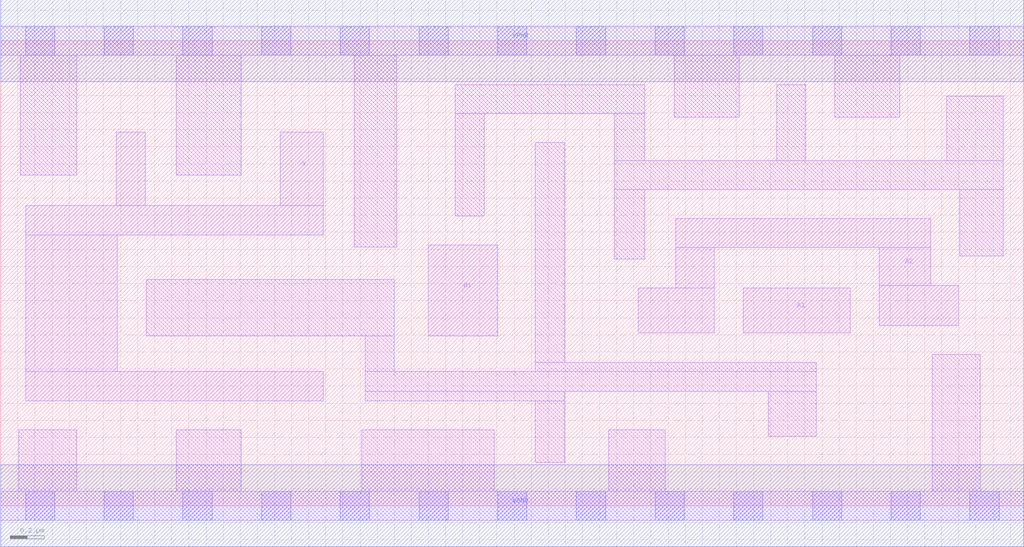
<source format=lef>
# Copyright 2020 The SkyWater PDK Authors
#
# Licensed under the Apache License, Version 2.0 (the "License");
# you may not use this file except in compliance with the License.
# You may obtain a copy of the License at
#
#     https://www.apache.org/licenses/LICENSE-2.0
#
# Unless required by applicable law or agreed to in writing, software
# distributed under the License is distributed on an "AS IS" BASIS,
# WITHOUT WARRANTIES OR CONDITIONS OF ANY KIND, either express or implied.
# See the License for the specific language governing permissions and
# limitations under the License.
#
# SPDX-License-Identifier: Apache-2.0

VERSION 5.7 ;
  NAMESCASESENSITIVE ON ;
  NOWIREEXTENSIONATPIN ON ;
  DIVIDERCHAR "/" ;
  BUSBITCHARS "[]" ;
UNITS
  DATABASE MICRONS 200 ;
END UNITS
PROPERTYDEFINITIONS
  MACRO maskLayoutSubType STRING ;
  MACRO prCellType STRING ;
  MACRO originalViewName STRING ;
END PROPERTYDEFINITIONS
MACRO sky130_fd_sc_hdll__a21o_4
  CLASS CORE ;
  FOREIGN sky130_fd_sc_hdll__a21o_4 ;
  ORIGIN  0.000000  0.000000 ;
  SIZE  5.980000 BY  2.720000 ;
  SYMMETRY X Y R90 ;
  SITE unithd ;
  PIN A1
    ANTENNAGATEAREA  0.555000 ;
    DIRECTION INPUT ;
    USE SIGNAL ;
    PORT
      LAYER li1 ;
        RECT 4.340000 1.010000 4.965000 1.275000 ;
    END
  END A1
  PIN A2
    ANTENNAGATEAREA  0.555000 ;
    DIRECTION INPUT ;
    USE SIGNAL ;
    PORT
      LAYER li1 ;
        RECT 3.725000 1.010000 4.170000 1.275000 ;
        RECT 3.945000 1.275000 4.170000 1.510000 ;
        RECT 3.945000 1.510000 5.435000 1.680000 ;
        RECT 5.135000 1.055000 5.600000 1.290000 ;
        RECT 5.135000 1.290000 5.435000 1.510000 ;
    END
  END A2
  PIN B1
    ANTENNAGATEAREA  0.555000 ;
    DIRECTION INPUT ;
    USE SIGNAL ;
    PORT
      LAYER li1 ;
        RECT 2.500000 0.995000 2.905000 1.525000 ;
    END
  END B1
  PIN X
    ANTENNADIFFAREA  1.029000 ;
    DIRECTION OUTPUT ;
    USE SIGNAL ;
    PORT
      LAYER li1 ;
        RECT 0.145000 0.615000 1.885000 0.785000 ;
        RECT 0.145000 0.785000 0.680000 1.585000 ;
        RECT 0.145000 1.585000 1.885000 1.755000 ;
        RECT 0.675000 1.755000 0.845000 2.185000 ;
        RECT 1.635000 1.755000 1.885000 2.185000 ;
    END
  END X
  PIN VGND
    DIRECTION INOUT ;
    USE GROUND ;
    PORT
      LAYER met1 ;
        RECT 0.000000 -0.240000 5.980000 0.240000 ;
    END
  END VGND
  PIN VPWR
    DIRECTION INOUT ;
    USE POWER ;
    PORT
      LAYER met1 ;
        RECT 0.000000 2.480000 5.980000 2.960000 ;
    END
  END VPWR
  OBS
    LAYER li1 ;
      RECT 0.000000 -0.085000 5.980000 0.085000 ;
      RECT 0.000000  2.635000 5.980000 2.805000 ;
      RECT 0.105000  0.085000 0.445000 0.445000 ;
      RECT 0.115000  1.935000 0.445000 2.635000 ;
      RECT 0.850000  0.995000 2.300000 1.325000 ;
      RECT 1.025000  0.085000 1.405000 0.445000 ;
      RECT 1.025000  1.935000 1.405000 2.635000 ;
      RECT 2.065000  1.515000 2.315000 2.635000 ;
      RECT 2.110000  0.085000 2.885000 0.445000 ;
      RECT 2.130000  0.615000 3.295000 0.670000 ;
      RECT 2.130000  0.670000 4.765000 0.785000 ;
      RECT 2.130000  0.785000 2.300000 0.995000 ;
      RECT 2.655000  1.695000 2.825000 2.295000 ;
      RECT 2.655000  2.295000 3.765000 2.465000 ;
      RECT 3.125000  0.255000 3.295000 0.615000 ;
      RECT 3.125000  0.785000 4.765000 0.840000 ;
      RECT 3.125000  0.840000 3.295000 2.125000 ;
      RECT 3.555000  0.085000 3.885000 0.445000 ;
      RECT 3.585000  1.445000 3.765000 1.850000 ;
      RECT 3.585000  1.850000 5.860000 2.020000 ;
      RECT 3.585000  2.020000 3.765000 2.295000 ;
      RECT 3.935000  2.275000 4.315000 2.635000 ;
      RECT 4.485000  0.405000 4.765000 0.670000 ;
      RECT 4.535000  2.020000 4.705000 2.465000 ;
      RECT 4.875000  2.275000 5.255000 2.635000 ;
      RECT 5.445000  0.085000 5.725000 0.885000 ;
      RECT 5.530000  2.020000 5.860000 2.395000 ;
      RECT 5.605000  1.460000 5.860000 1.850000 ;
    LAYER mcon ;
      RECT 0.145000 -0.085000 0.315000 0.085000 ;
      RECT 0.145000  2.635000 0.315000 2.805000 ;
      RECT 0.605000 -0.085000 0.775000 0.085000 ;
      RECT 0.605000  2.635000 0.775000 2.805000 ;
      RECT 1.065000 -0.085000 1.235000 0.085000 ;
      RECT 1.065000  2.635000 1.235000 2.805000 ;
      RECT 1.525000 -0.085000 1.695000 0.085000 ;
      RECT 1.525000  2.635000 1.695000 2.805000 ;
      RECT 1.985000 -0.085000 2.155000 0.085000 ;
      RECT 1.985000  2.635000 2.155000 2.805000 ;
      RECT 2.445000 -0.085000 2.615000 0.085000 ;
      RECT 2.445000  2.635000 2.615000 2.805000 ;
      RECT 2.905000 -0.085000 3.075000 0.085000 ;
      RECT 2.905000  2.635000 3.075000 2.805000 ;
      RECT 3.365000 -0.085000 3.535000 0.085000 ;
      RECT 3.365000  2.635000 3.535000 2.805000 ;
      RECT 3.825000 -0.085000 3.995000 0.085000 ;
      RECT 3.825000  2.635000 3.995000 2.805000 ;
      RECT 4.285000 -0.085000 4.455000 0.085000 ;
      RECT 4.285000  2.635000 4.455000 2.805000 ;
      RECT 4.745000 -0.085000 4.915000 0.085000 ;
      RECT 4.745000  2.635000 4.915000 2.805000 ;
      RECT 5.205000 -0.085000 5.375000 0.085000 ;
      RECT 5.205000  2.635000 5.375000 2.805000 ;
      RECT 5.665000 -0.085000 5.835000 0.085000 ;
      RECT 5.665000  2.635000 5.835000 2.805000 ;
  END
  PROPERTY maskLayoutSubType "abstract" ;
  PROPERTY prCellType "standard" ;
  PROPERTY originalViewName "layout" ;
END sky130_fd_sc_hdll__a21o_4
END LIBRARY

</source>
